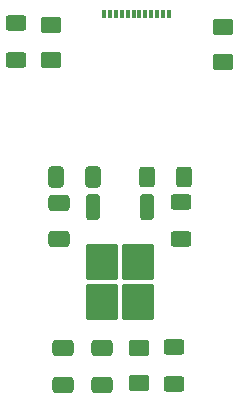
<source format=gbr>
%TF.GenerationSoftware,KiCad,Pcbnew,(7.0.0)*%
%TF.CreationDate,2023-04-14T16:10:35+02:00*%
%TF.ProjectId,display-brain-final,64697370-6c61-4792-9d62-7261696e2d66,rev?*%
%TF.SameCoordinates,Original*%
%TF.FileFunction,Paste,Top*%
%TF.FilePolarity,Positive*%
%FSLAX46Y46*%
G04 Gerber Fmt 4.6, Leading zero omitted, Abs format (unit mm)*
G04 Created by KiCad (PCBNEW (7.0.0)) date 2023-04-14 16:10:35*
%MOMM*%
%LPD*%
G01*
G04 APERTURE LIST*
G04 Aperture macros list*
%AMRoundRect*
0 Rectangle with rounded corners*
0 $1 Rounding radius*
0 $2 $3 $4 $5 $6 $7 $8 $9 X,Y pos of 4 corners*
0 Add a 4 corners polygon primitive as box body*
4,1,4,$2,$3,$4,$5,$6,$7,$8,$9,$2,$3,0*
0 Add four circle primitives for the rounded corners*
1,1,$1+$1,$2,$3*
1,1,$1+$1,$4,$5*
1,1,$1+$1,$6,$7*
1,1,$1+$1,$8,$9*
0 Add four rect primitives between the rounded corners*
20,1,$1+$1,$2,$3,$4,$5,0*
20,1,$1+$1,$4,$5,$6,$7,0*
20,1,$1+$1,$6,$7,$8,$9,0*
20,1,$1+$1,$8,$9,$2,$3,0*%
G04 Aperture macros list end*
%ADD10RoundRect,0.250000X-0.625000X0.400000X-0.625000X-0.400000X0.625000X-0.400000X0.625000X0.400000X0*%
%ADD11RoundRect,0.250000X0.625000X-0.400000X0.625000X0.400000X-0.625000X0.400000X-0.625000X-0.400000X0*%
%ADD12RoundRect,0.250000X-0.400000X-0.625000X0.400000X-0.625000X0.400000X0.625000X-0.400000X0.625000X0*%
%ADD13RoundRect,0.250000X-0.350000X0.850000X-0.350000X-0.850000X0.350000X-0.850000X0.350000X0.850000X0*%
%ADD14RoundRect,0.250000X-1.125000X1.275000X-1.125000X-1.275000X1.125000X-1.275000X1.125000X1.275000X0*%
%ADD15RoundRect,0.250001X0.624999X-0.462499X0.624999X0.462499X-0.624999X0.462499X-0.624999X-0.462499X0*%
%ADD16RoundRect,0.250001X-0.624999X0.462499X-0.624999X-0.462499X0.624999X-0.462499X0.624999X0.462499X0*%
%ADD17RoundRect,0.250000X-0.650000X0.412500X-0.650000X-0.412500X0.650000X-0.412500X0.650000X0.412500X0*%
%ADD18R,0.300000X0.700000*%
%ADD19RoundRect,0.250000X0.412500X0.650000X-0.412500X0.650000X-0.412500X-0.650000X0.412500X-0.650000X0*%
G04 APERTURE END LIST*
D10*
%TO.C,R2*%
X150675000Y-87720000D03*
X150675000Y-90820000D03*
%TD*%
D11*
%TO.C,R4*%
X151290000Y-78510000D03*
X151290000Y-75410000D03*
%TD*%
D12*
%TO.C,R3*%
X148400000Y-73270000D03*
X151500000Y-73270000D03*
%TD*%
D13*
%TO.C,U3*%
X148400000Y-75870000D03*
D14*
X147645000Y-80495000D03*
X144595000Y-80495000D03*
X147645000Y-83845000D03*
X144595000Y-83845000D03*
D13*
X143840000Y-75870000D03*
%TD*%
D15*
%TO.C,FB1*%
X140300000Y-63387500D03*
X140300000Y-60412500D03*
%TD*%
D10*
%TO.C,R1*%
X137300000Y-60250000D03*
X137300000Y-63350000D03*
%TD*%
D16*
%TO.C,FB2*%
X154800000Y-60612500D03*
X154800000Y-63587500D03*
%TD*%
D15*
%TO.C,D1*%
X147675000Y-90757500D03*
X147675000Y-87782500D03*
%TD*%
D17*
%TO.C,C3*%
X144585000Y-87740000D03*
X144585000Y-90865000D03*
%TD*%
%TO.C,C4*%
X141235000Y-87740000D03*
X141235000Y-90865000D03*
%TD*%
D18*
%TO.C,P1*%
X144749999Y-59479999D03*
X145249999Y-59479999D03*
X145749999Y-59479999D03*
X146249999Y-59479999D03*
X146749999Y-59479999D03*
X147249999Y-59479999D03*
X147749999Y-59479999D03*
X148249999Y-59479999D03*
X148749999Y-59479999D03*
X149249999Y-59479999D03*
X149749999Y-59479999D03*
X150249999Y-59479999D03*
%TD*%
D17*
%TO.C,C1*%
X140920000Y-75447500D03*
X140920000Y-78572500D03*
%TD*%
D19*
%TO.C,C2*%
X143812500Y-73250000D03*
X140687500Y-73250000D03*
%TD*%
M02*

</source>
